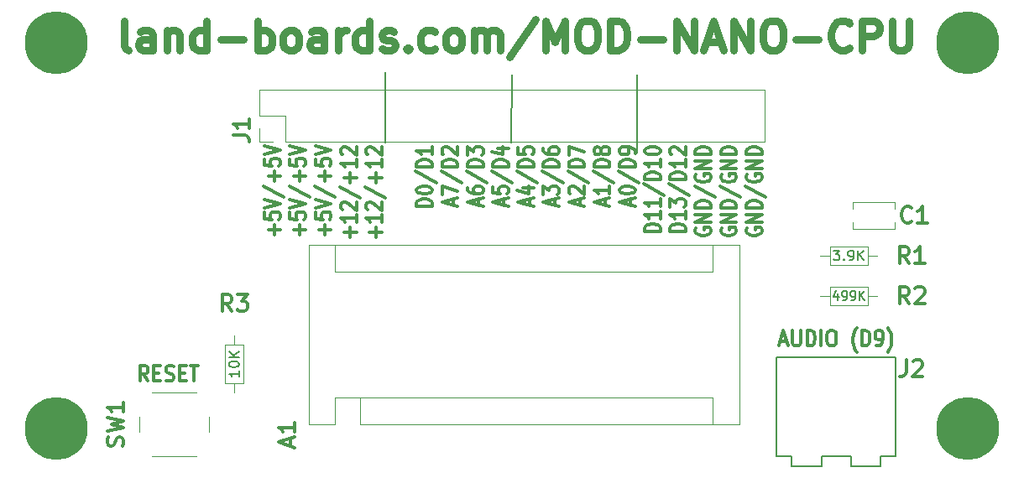
<source format=gto>
%TF.GenerationSoftware,KiCad,Pcbnew,(6.0.1)*%
%TF.CreationDate,2022-10-03T13:59:14-04:00*%
%TF.ProjectId,MOD-NANO-CPU,4d4f442d-4e41-44e4-9f2d-4350552e6b69,rev?*%
%TF.SameCoordinates,Original*%
%TF.FileFunction,Legend,Top*%
%TF.FilePolarity,Positive*%
%FSLAX46Y46*%
G04 Gerber Fmt 4.6, Leading zero omitted, Abs format (unit mm)*
G04 Created by KiCad (PCBNEW (6.0.1)) date 2022-10-03 13:59:14*
%MOMM*%
%LPD*%
G01*
G04 APERTURE LIST*
%ADD10C,0.150000*%
%ADD11C,0.342900*%
%ADD12C,0.330200*%
%ADD13C,0.750000*%
%ADD14C,0.349250*%
%ADD15C,0.120000*%
%ADD16C,6.350000*%
G04 APERTURE END LIST*
D10*
X152654000Y-55118000D02*
X152654000Y-47244000D01*
X139954000Y-54102000D02*
X140005000Y-47244000D01*
X127254000Y-54102000D02*
X127254000Y-46990000D01*
D11*
X103300257Y-78188154D02*
X102834591Y-77432202D01*
X102501972Y-78188154D02*
X102501972Y-76600654D01*
X103034162Y-76600654D01*
X103167210Y-76676250D01*
X103233734Y-76751845D01*
X103300257Y-76903035D01*
X103300257Y-77129821D01*
X103233734Y-77281011D01*
X103167210Y-77356607D01*
X103034162Y-77432202D01*
X102501972Y-77432202D01*
X103898972Y-77356607D02*
X104364638Y-77356607D01*
X104564210Y-78188154D02*
X103898972Y-78188154D01*
X103898972Y-76600654D01*
X104564210Y-76600654D01*
X105096400Y-78112559D02*
X105295972Y-78188154D01*
X105628591Y-78188154D01*
X105761638Y-78112559D01*
X105828162Y-78036964D01*
X105894686Y-77885773D01*
X105894686Y-77734583D01*
X105828162Y-77583392D01*
X105761638Y-77507797D01*
X105628591Y-77432202D01*
X105362495Y-77356607D01*
X105229448Y-77281011D01*
X105162924Y-77205416D01*
X105096400Y-77054226D01*
X105096400Y-76903035D01*
X105162924Y-76751845D01*
X105229448Y-76676250D01*
X105362495Y-76600654D01*
X105695115Y-76600654D01*
X105894686Y-76676250D01*
X106493400Y-77356607D02*
X106959067Y-77356607D01*
X107158638Y-78188154D02*
X106493400Y-78188154D01*
X106493400Y-76600654D01*
X107158638Y-76600654D01*
X107557781Y-76600654D02*
X108356067Y-76600654D01*
X107956924Y-78188154D02*
X107956924Y-76600654D01*
X167065476Y-74178583D02*
X167730714Y-74178583D01*
X166932428Y-74632154D02*
X167398095Y-73044654D01*
X167863761Y-74632154D01*
X168329428Y-73044654D02*
X168329428Y-74329773D01*
X168395952Y-74480964D01*
X168462476Y-74556559D01*
X168595523Y-74632154D01*
X168861619Y-74632154D01*
X168994666Y-74556559D01*
X169061190Y-74480964D01*
X169127714Y-74329773D01*
X169127714Y-73044654D01*
X169792952Y-74632154D02*
X169792952Y-73044654D01*
X170125571Y-73044654D01*
X170325142Y-73120250D01*
X170458190Y-73271440D01*
X170524714Y-73422630D01*
X170591238Y-73725011D01*
X170591238Y-73951797D01*
X170524714Y-74254178D01*
X170458190Y-74405369D01*
X170325142Y-74556559D01*
X170125571Y-74632154D01*
X169792952Y-74632154D01*
X171189952Y-74632154D02*
X171189952Y-73044654D01*
X172121285Y-73044654D02*
X172387380Y-73044654D01*
X172520428Y-73120250D01*
X172653476Y-73271440D01*
X172720000Y-73573821D01*
X172720000Y-74102988D01*
X172653476Y-74405369D01*
X172520428Y-74556559D01*
X172387380Y-74632154D01*
X172121285Y-74632154D01*
X171988238Y-74556559D01*
X171855190Y-74405369D01*
X171788666Y-74102988D01*
X171788666Y-73573821D01*
X171855190Y-73271440D01*
X171988238Y-73120250D01*
X172121285Y-73044654D01*
X174782238Y-75236916D02*
X174715714Y-75161321D01*
X174582666Y-74934535D01*
X174516142Y-74783345D01*
X174449619Y-74556559D01*
X174383095Y-74178583D01*
X174383095Y-73876202D01*
X174449619Y-73498226D01*
X174516142Y-73271440D01*
X174582666Y-73120250D01*
X174715714Y-72893464D01*
X174782238Y-72817869D01*
X175314428Y-74632154D02*
X175314428Y-73044654D01*
X175647047Y-73044654D01*
X175846619Y-73120250D01*
X175979666Y-73271440D01*
X176046190Y-73422630D01*
X176112714Y-73725011D01*
X176112714Y-73951797D01*
X176046190Y-74254178D01*
X175979666Y-74405369D01*
X175846619Y-74556559D01*
X175647047Y-74632154D01*
X175314428Y-74632154D01*
X176777952Y-74632154D02*
X177044047Y-74632154D01*
X177177095Y-74556559D01*
X177243619Y-74480964D01*
X177376666Y-74254178D01*
X177443190Y-73951797D01*
X177443190Y-73347035D01*
X177376666Y-73195845D01*
X177310142Y-73120250D01*
X177177095Y-73044654D01*
X176911000Y-73044654D01*
X176777952Y-73120250D01*
X176711428Y-73195845D01*
X176644904Y-73347035D01*
X176644904Y-73725011D01*
X176711428Y-73876202D01*
X176777952Y-73951797D01*
X176911000Y-74027392D01*
X177177095Y-74027392D01*
X177310142Y-73951797D01*
X177376666Y-73876202D01*
X177443190Y-73725011D01*
X177908857Y-75236916D02*
X177975380Y-75161321D01*
X178108428Y-74934535D01*
X178174952Y-74783345D01*
X178241476Y-74556559D01*
X178308000Y-74178583D01*
X178308000Y-73876202D01*
X178241476Y-73498226D01*
X178174952Y-73271440D01*
X178108428Y-73120250D01*
X177975380Y-72893464D01*
X177908857Y-72817869D01*
D12*
X116040580Y-63436439D02*
X116040580Y-62430115D01*
X116645342Y-62933277D02*
X115435818Y-62933277D01*
X115057842Y-61172210D02*
X115057842Y-61801163D01*
X115813795Y-61864058D01*
X115738199Y-61801163D01*
X115662604Y-61675372D01*
X115662604Y-61360896D01*
X115738199Y-61235106D01*
X115813795Y-61172210D01*
X115964985Y-61109315D01*
X116342961Y-61109315D01*
X116494152Y-61172210D01*
X116569747Y-61235106D01*
X116645342Y-61360896D01*
X116645342Y-61675372D01*
X116569747Y-61801163D01*
X116494152Y-61864058D01*
X115057842Y-60731944D02*
X116645342Y-60291677D01*
X115057842Y-59851410D01*
X114982247Y-58467715D02*
X117023318Y-59599830D01*
X116040580Y-58027449D02*
X116040580Y-57021125D01*
X116645342Y-57524287D02*
X115435818Y-57524287D01*
X115057842Y-55763220D02*
X115057842Y-56392172D01*
X115813795Y-56455068D01*
X115738199Y-56392172D01*
X115662604Y-56266382D01*
X115662604Y-55951906D01*
X115738199Y-55826115D01*
X115813795Y-55763220D01*
X115964985Y-55700325D01*
X116342961Y-55700325D01*
X116494152Y-55763220D01*
X116569747Y-55826115D01*
X116645342Y-55951906D01*
X116645342Y-56266382D01*
X116569747Y-56392172D01*
X116494152Y-56455068D01*
X115057842Y-55322953D02*
X116645342Y-54882687D01*
X115057842Y-54442420D01*
X118596455Y-63436439D02*
X118596455Y-62430115D01*
X119201217Y-62933277D02*
X117991693Y-62933277D01*
X117613717Y-61172210D02*
X117613717Y-61801163D01*
X118369670Y-61864058D01*
X118294074Y-61801163D01*
X118218479Y-61675372D01*
X118218479Y-61360896D01*
X118294074Y-61235106D01*
X118369670Y-61172210D01*
X118520860Y-61109315D01*
X118898836Y-61109315D01*
X119050027Y-61172210D01*
X119125622Y-61235106D01*
X119201217Y-61360896D01*
X119201217Y-61675372D01*
X119125622Y-61801163D01*
X119050027Y-61864058D01*
X117613717Y-60731944D02*
X119201217Y-60291677D01*
X117613717Y-59851410D01*
X117538122Y-58467715D02*
X119579193Y-59599830D01*
X118596455Y-58027449D02*
X118596455Y-57021125D01*
X119201217Y-57524287D02*
X117991693Y-57524287D01*
X117613717Y-55763220D02*
X117613717Y-56392172D01*
X118369670Y-56455068D01*
X118294074Y-56392172D01*
X118218479Y-56266382D01*
X118218479Y-55951906D01*
X118294074Y-55826115D01*
X118369670Y-55763220D01*
X118520860Y-55700325D01*
X118898836Y-55700325D01*
X119050027Y-55763220D01*
X119125622Y-55826115D01*
X119201217Y-55951906D01*
X119201217Y-56266382D01*
X119125622Y-56392172D01*
X119050027Y-56455068D01*
X117613717Y-55322953D02*
X119201217Y-54882687D01*
X117613717Y-54442420D01*
X121152330Y-63436439D02*
X121152330Y-62430115D01*
X121757092Y-62933277D02*
X120547568Y-62933277D01*
X120169592Y-61172210D02*
X120169592Y-61801163D01*
X120925545Y-61864058D01*
X120849949Y-61801163D01*
X120774354Y-61675372D01*
X120774354Y-61360896D01*
X120849949Y-61235106D01*
X120925545Y-61172210D01*
X121076735Y-61109315D01*
X121454711Y-61109315D01*
X121605902Y-61172210D01*
X121681497Y-61235106D01*
X121757092Y-61360896D01*
X121757092Y-61675372D01*
X121681497Y-61801163D01*
X121605902Y-61864058D01*
X120169592Y-60731944D02*
X121757092Y-60291677D01*
X120169592Y-59851410D01*
X120093997Y-58467715D02*
X122135068Y-59599830D01*
X121152330Y-58027449D02*
X121152330Y-57021125D01*
X121757092Y-57524287D02*
X120547568Y-57524287D01*
X120169592Y-55763220D02*
X120169592Y-56392172D01*
X120925545Y-56455068D01*
X120849949Y-56392172D01*
X120774354Y-56266382D01*
X120774354Y-55951906D01*
X120849949Y-55826115D01*
X120925545Y-55763220D01*
X121076735Y-55700325D01*
X121454711Y-55700325D01*
X121605902Y-55763220D01*
X121681497Y-55826115D01*
X121757092Y-55951906D01*
X121757092Y-56266382D01*
X121681497Y-56392172D01*
X121605902Y-56455068D01*
X120169592Y-55322953D02*
X121757092Y-54882687D01*
X120169592Y-54442420D01*
X123708205Y-63688020D02*
X123708205Y-62681696D01*
X124312967Y-63184858D02*
X123103443Y-63184858D01*
X124312967Y-61360896D02*
X124312967Y-62115639D01*
X124312967Y-61738268D02*
X122725467Y-61738268D01*
X122952253Y-61864058D01*
X123103443Y-61989849D01*
X123179039Y-62115639D01*
X122876658Y-60857734D02*
X122801063Y-60794839D01*
X122725467Y-60669049D01*
X122725467Y-60354572D01*
X122801063Y-60228782D01*
X122876658Y-60165887D01*
X123027848Y-60102991D01*
X123179039Y-60102991D01*
X123405824Y-60165887D01*
X124312967Y-60920630D01*
X124312967Y-60102991D01*
X122649872Y-58593506D02*
X124690943Y-59725620D01*
X123708205Y-58153239D02*
X123708205Y-57146915D01*
X124312967Y-57650077D02*
X123103443Y-57650077D01*
X124312967Y-55826115D02*
X124312967Y-56580858D01*
X124312967Y-56203487D02*
X122725467Y-56203487D01*
X122952253Y-56329277D01*
X123103443Y-56455068D01*
X123179039Y-56580858D01*
X122876658Y-55322953D02*
X122801063Y-55260058D01*
X122725467Y-55134268D01*
X122725467Y-54819791D01*
X122801063Y-54694001D01*
X122876658Y-54631106D01*
X123027848Y-54568210D01*
X123179039Y-54568210D01*
X123405824Y-54631106D01*
X124312967Y-55385849D01*
X124312967Y-54568210D01*
X126264080Y-63688020D02*
X126264080Y-62681696D01*
X126868842Y-63184858D02*
X125659318Y-63184858D01*
X126868842Y-61360896D02*
X126868842Y-62115639D01*
X126868842Y-61738268D02*
X125281342Y-61738268D01*
X125508128Y-61864058D01*
X125659318Y-61989849D01*
X125734914Y-62115639D01*
X125432533Y-60857734D02*
X125356938Y-60794839D01*
X125281342Y-60669049D01*
X125281342Y-60354572D01*
X125356938Y-60228782D01*
X125432533Y-60165887D01*
X125583723Y-60102991D01*
X125734914Y-60102991D01*
X125961699Y-60165887D01*
X126868842Y-60920630D01*
X126868842Y-60102991D01*
X125205747Y-58593506D02*
X127246818Y-59725620D01*
X126264080Y-58153239D02*
X126264080Y-57146915D01*
X126868842Y-57650077D02*
X125659318Y-57650077D01*
X126868842Y-55826115D02*
X126868842Y-56580858D01*
X126868842Y-56203487D02*
X125281342Y-56203487D01*
X125508128Y-56329277D01*
X125659318Y-56455068D01*
X125734914Y-56580858D01*
X125432533Y-55322953D02*
X125356938Y-55260058D01*
X125281342Y-55134268D01*
X125281342Y-54819791D01*
X125356938Y-54694001D01*
X125432533Y-54631106D01*
X125583723Y-54568210D01*
X125734914Y-54568210D01*
X125961699Y-54631106D01*
X126868842Y-55385849D01*
X126868842Y-54568210D01*
X131980592Y-60543258D02*
X130393092Y-60543258D01*
X130393092Y-60228782D01*
X130468688Y-60040096D01*
X130619878Y-59914306D01*
X130771068Y-59851410D01*
X131073449Y-59788515D01*
X131300235Y-59788515D01*
X131602616Y-59851410D01*
X131753807Y-59914306D01*
X131904997Y-60040096D01*
X131980592Y-60228782D01*
X131980592Y-60543258D01*
X130393092Y-58970877D02*
X130393092Y-58845087D01*
X130468688Y-58719296D01*
X130544283Y-58656401D01*
X130695473Y-58593506D01*
X130997854Y-58530610D01*
X131375830Y-58530610D01*
X131678211Y-58593506D01*
X131829402Y-58656401D01*
X131904997Y-58719296D01*
X131980592Y-58845087D01*
X131980592Y-58970877D01*
X131904997Y-59096668D01*
X131829402Y-59159563D01*
X131678211Y-59222458D01*
X131375830Y-59285353D01*
X130997854Y-59285353D01*
X130695473Y-59222458D01*
X130544283Y-59159563D01*
X130468688Y-59096668D01*
X130393092Y-58970877D01*
X130317497Y-57021125D02*
X132358568Y-58153239D01*
X131980592Y-56580858D02*
X130393092Y-56580858D01*
X130393092Y-56266382D01*
X130468688Y-56077696D01*
X130619878Y-55951906D01*
X130771068Y-55889010D01*
X131073449Y-55826115D01*
X131300235Y-55826115D01*
X131602616Y-55889010D01*
X131753807Y-55951906D01*
X131904997Y-56077696D01*
X131980592Y-56266382D01*
X131980592Y-56580858D01*
X131980592Y-54568210D02*
X131980592Y-55322953D01*
X131980592Y-54945582D02*
X130393092Y-54945582D01*
X130619878Y-55071372D01*
X130771068Y-55197163D01*
X130846664Y-55322953D01*
X134082896Y-60417468D02*
X134082896Y-59788515D01*
X134536467Y-60543258D02*
X132948967Y-60102991D01*
X134536467Y-59662725D01*
X132948967Y-59348249D02*
X132948967Y-58467715D01*
X134536467Y-59033772D01*
X132873372Y-57021125D02*
X134914443Y-58153239D01*
X134536467Y-56580858D02*
X132948967Y-56580858D01*
X132948967Y-56266382D01*
X133024563Y-56077696D01*
X133175753Y-55951906D01*
X133326943Y-55889010D01*
X133629324Y-55826115D01*
X133856110Y-55826115D01*
X134158491Y-55889010D01*
X134309682Y-55951906D01*
X134460872Y-56077696D01*
X134536467Y-56266382D01*
X134536467Y-56580858D01*
X133100158Y-55322953D02*
X133024563Y-55260058D01*
X132948967Y-55134268D01*
X132948967Y-54819791D01*
X133024563Y-54694001D01*
X133100158Y-54631106D01*
X133251348Y-54568210D01*
X133402539Y-54568210D01*
X133629324Y-54631106D01*
X134536467Y-55385849D01*
X134536467Y-54568210D01*
X136638771Y-60417468D02*
X136638771Y-59788515D01*
X137092342Y-60543258D02*
X135504842Y-60102991D01*
X137092342Y-59662725D01*
X135504842Y-58656401D02*
X135504842Y-58907982D01*
X135580438Y-59033772D01*
X135656033Y-59096668D01*
X135882818Y-59222458D01*
X136185199Y-59285353D01*
X136789961Y-59285353D01*
X136941152Y-59222458D01*
X137016747Y-59159563D01*
X137092342Y-59033772D01*
X137092342Y-58782191D01*
X137016747Y-58656401D01*
X136941152Y-58593506D01*
X136789961Y-58530610D01*
X136411985Y-58530610D01*
X136260795Y-58593506D01*
X136185199Y-58656401D01*
X136109604Y-58782191D01*
X136109604Y-59033772D01*
X136185199Y-59159563D01*
X136260795Y-59222458D01*
X136411985Y-59285353D01*
X135429247Y-57021125D02*
X137470318Y-58153239D01*
X137092342Y-56580858D02*
X135504842Y-56580858D01*
X135504842Y-56266382D01*
X135580438Y-56077696D01*
X135731628Y-55951906D01*
X135882818Y-55889010D01*
X136185199Y-55826115D01*
X136411985Y-55826115D01*
X136714366Y-55889010D01*
X136865557Y-55951906D01*
X137016747Y-56077696D01*
X137092342Y-56266382D01*
X137092342Y-56580858D01*
X135504842Y-55385849D02*
X135504842Y-54568210D01*
X136109604Y-55008477D01*
X136109604Y-54819791D01*
X136185199Y-54694001D01*
X136260795Y-54631106D01*
X136411985Y-54568210D01*
X136789961Y-54568210D01*
X136941152Y-54631106D01*
X137016747Y-54694001D01*
X137092342Y-54819791D01*
X137092342Y-55197163D01*
X137016747Y-55322953D01*
X136941152Y-55385849D01*
X139194646Y-60417468D02*
X139194646Y-59788515D01*
X139648217Y-60543258D02*
X138060717Y-60102991D01*
X139648217Y-59662725D01*
X138060717Y-58593506D02*
X138060717Y-59222458D01*
X138816670Y-59285353D01*
X138741074Y-59222458D01*
X138665479Y-59096668D01*
X138665479Y-58782191D01*
X138741074Y-58656401D01*
X138816670Y-58593506D01*
X138967860Y-58530610D01*
X139345836Y-58530610D01*
X139497027Y-58593506D01*
X139572622Y-58656401D01*
X139648217Y-58782191D01*
X139648217Y-59096668D01*
X139572622Y-59222458D01*
X139497027Y-59285353D01*
X137985122Y-57021125D02*
X140026193Y-58153239D01*
X139648217Y-56580858D02*
X138060717Y-56580858D01*
X138060717Y-56266382D01*
X138136313Y-56077696D01*
X138287503Y-55951906D01*
X138438693Y-55889010D01*
X138741074Y-55826115D01*
X138967860Y-55826115D01*
X139270241Y-55889010D01*
X139421432Y-55951906D01*
X139572622Y-56077696D01*
X139648217Y-56266382D01*
X139648217Y-56580858D01*
X138589884Y-54694001D02*
X139648217Y-54694001D01*
X137985122Y-55008477D02*
X139119051Y-55322953D01*
X139119051Y-54505315D01*
X141750521Y-60417468D02*
X141750521Y-59788515D01*
X142204092Y-60543258D02*
X140616592Y-60102991D01*
X142204092Y-59662725D01*
X141145759Y-58656401D02*
X142204092Y-58656401D01*
X140540997Y-58970877D02*
X141674926Y-59285353D01*
X141674926Y-58467715D01*
X140540997Y-57021125D02*
X142582068Y-58153239D01*
X142204092Y-56580858D02*
X140616592Y-56580858D01*
X140616592Y-56266382D01*
X140692188Y-56077696D01*
X140843378Y-55951906D01*
X140994568Y-55889010D01*
X141296949Y-55826115D01*
X141523735Y-55826115D01*
X141826116Y-55889010D01*
X141977307Y-55951906D01*
X142128497Y-56077696D01*
X142204092Y-56266382D01*
X142204092Y-56580858D01*
X140616592Y-54631106D02*
X140616592Y-55260058D01*
X141372545Y-55322953D01*
X141296949Y-55260058D01*
X141221354Y-55134268D01*
X141221354Y-54819791D01*
X141296949Y-54694001D01*
X141372545Y-54631106D01*
X141523735Y-54568210D01*
X141901711Y-54568210D01*
X142052902Y-54631106D01*
X142128497Y-54694001D01*
X142204092Y-54819791D01*
X142204092Y-55134268D01*
X142128497Y-55260058D01*
X142052902Y-55322953D01*
X144306396Y-60417468D02*
X144306396Y-59788515D01*
X144759967Y-60543258D02*
X143172467Y-60102991D01*
X144759967Y-59662725D01*
X143172467Y-59348249D02*
X143172467Y-58530610D01*
X143777229Y-58970877D01*
X143777229Y-58782191D01*
X143852824Y-58656401D01*
X143928420Y-58593506D01*
X144079610Y-58530610D01*
X144457586Y-58530610D01*
X144608777Y-58593506D01*
X144684372Y-58656401D01*
X144759967Y-58782191D01*
X144759967Y-59159563D01*
X144684372Y-59285353D01*
X144608777Y-59348249D01*
X143096872Y-57021125D02*
X145137943Y-58153239D01*
X144759967Y-56580858D02*
X143172467Y-56580858D01*
X143172467Y-56266382D01*
X143248063Y-56077696D01*
X143399253Y-55951906D01*
X143550443Y-55889010D01*
X143852824Y-55826115D01*
X144079610Y-55826115D01*
X144381991Y-55889010D01*
X144533182Y-55951906D01*
X144684372Y-56077696D01*
X144759967Y-56266382D01*
X144759967Y-56580858D01*
X143172467Y-54694001D02*
X143172467Y-54945582D01*
X143248063Y-55071372D01*
X143323658Y-55134268D01*
X143550443Y-55260058D01*
X143852824Y-55322953D01*
X144457586Y-55322953D01*
X144608777Y-55260058D01*
X144684372Y-55197163D01*
X144759967Y-55071372D01*
X144759967Y-54819791D01*
X144684372Y-54694001D01*
X144608777Y-54631106D01*
X144457586Y-54568210D01*
X144079610Y-54568210D01*
X143928420Y-54631106D01*
X143852824Y-54694001D01*
X143777229Y-54819791D01*
X143777229Y-55071372D01*
X143852824Y-55197163D01*
X143928420Y-55260058D01*
X144079610Y-55322953D01*
X146862271Y-60417468D02*
X146862271Y-59788515D01*
X147315842Y-60543258D02*
X145728342Y-60102991D01*
X147315842Y-59662725D01*
X145879533Y-59285353D02*
X145803938Y-59222458D01*
X145728342Y-59096668D01*
X145728342Y-58782191D01*
X145803938Y-58656401D01*
X145879533Y-58593506D01*
X146030723Y-58530610D01*
X146181914Y-58530610D01*
X146408699Y-58593506D01*
X147315842Y-59348249D01*
X147315842Y-58530610D01*
X145652747Y-57021125D02*
X147693818Y-58153239D01*
X147315842Y-56580858D02*
X145728342Y-56580858D01*
X145728342Y-56266382D01*
X145803938Y-56077696D01*
X145955128Y-55951906D01*
X146106318Y-55889010D01*
X146408699Y-55826115D01*
X146635485Y-55826115D01*
X146937866Y-55889010D01*
X147089057Y-55951906D01*
X147240247Y-56077696D01*
X147315842Y-56266382D01*
X147315842Y-56580858D01*
X145728342Y-55385849D02*
X145728342Y-54505315D01*
X147315842Y-55071372D01*
X149418146Y-60417468D02*
X149418146Y-59788515D01*
X149871717Y-60543258D02*
X148284217Y-60102991D01*
X149871717Y-59662725D01*
X149871717Y-58530610D02*
X149871717Y-59285353D01*
X149871717Y-58907982D02*
X148284217Y-58907982D01*
X148511003Y-59033772D01*
X148662193Y-59159563D01*
X148737789Y-59285353D01*
X148208622Y-57021125D02*
X150249693Y-58153239D01*
X149871717Y-56580858D02*
X148284217Y-56580858D01*
X148284217Y-56266382D01*
X148359813Y-56077696D01*
X148511003Y-55951906D01*
X148662193Y-55889010D01*
X148964574Y-55826115D01*
X149191360Y-55826115D01*
X149493741Y-55889010D01*
X149644932Y-55951906D01*
X149796122Y-56077696D01*
X149871717Y-56266382D01*
X149871717Y-56580858D01*
X148964574Y-55071372D02*
X148888979Y-55197163D01*
X148813384Y-55260058D01*
X148662193Y-55322953D01*
X148586598Y-55322953D01*
X148435408Y-55260058D01*
X148359813Y-55197163D01*
X148284217Y-55071372D01*
X148284217Y-54819791D01*
X148359813Y-54694001D01*
X148435408Y-54631106D01*
X148586598Y-54568210D01*
X148662193Y-54568210D01*
X148813384Y-54631106D01*
X148888979Y-54694001D01*
X148964574Y-54819791D01*
X148964574Y-55071372D01*
X149040170Y-55197163D01*
X149115765Y-55260058D01*
X149266955Y-55322953D01*
X149569336Y-55322953D01*
X149720527Y-55260058D01*
X149796122Y-55197163D01*
X149871717Y-55071372D01*
X149871717Y-54819791D01*
X149796122Y-54694001D01*
X149720527Y-54631106D01*
X149569336Y-54568210D01*
X149266955Y-54568210D01*
X149115765Y-54631106D01*
X149040170Y-54694001D01*
X148964574Y-54819791D01*
X151974021Y-60417468D02*
X151974021Y-59788515D01*
X152427592Y-60543258D02*
X150840092Y-60102991D01*
X152427592Y-59662725D01*
X150840092Y-58970877D02*
X150840092Y-58845087D01*
X150915688Y-58719296D01*
X150991283Y-58656401D01*
X151142473Y-58593506D01*
X151444854Y-58530610D01*
X151822830Y-58530610D01*
X152125211Y-58593506D01*
X152276402Y-58656401D01*
X152351997Y-58719296D01*
X152427592Y-58845087D01*
X152427592Y-58970877D01*
X152351997Y-59096668D01*
X152276402Y-59159563D01*
X152125211Y-59222458D01*
X151822830Y-59285353D01*
X151444854Y-59285353D01*
X151142473Y-59222458D01*
X150991283Y-59159563D01*
X150915688Y-59096668D01*
X150840092Y-58970877D01*
X150764497Y-57021125D02*
X152805568Y-58153239D01*
X152427592Y-56580858D02*
X150840092Y-56580858D01*
X150840092Y-56266382D01*
X150915688Y-56077696D01*
X151066878Y-55951906D01*
X151218068Y-55889010D01*
X151520449Y-55826115D01*
X151747235Y-55826115D01*
X152049616Y-55889010D01*
X152200807Y-55951906D01*
X152351997Y-56077696D01*
X152427592Y-56266382D01*
X152427592Y-56580858D01*
X152427592Y-55197163D02*
X152427592Y-54945582D01*
X152351997Y-54819791D01*
X152276402Y-54756896D01*
X152049616Y-54631106D01*
X151747235Y-54568210D01*
X151142473Y-54568210D01*
X150991283Y-54631106D01*
X150915688Y-54694001D01*
X150840092Y-54819791D01*
X150840092Y-55071372D01*
X150915688Y-55197163D01*
X150991283Y-55260058D01*
X151142473Y-55322953D01*
X151520449Y-55322953D01*
X151671640Y-55260058D01*
X151747235Y-55197163D01*
X151822830Y-55071372D01*
X151822830Y-54819791D01*
X151747235Y-54694001D01*
X151671640Y-54631106D01*
X151520449Y-54568210D01*
X154983467Y-63059068D02*
X153395967Y-63059068D01*
X153395967Y-62744591D01*
X153471563Y-62555906D01*
X153622753Y-62430115D01*
X153773943Y-62367220D01*
X154076324Y-62304325D01*
X154303110Y-62304325D01*
X154605491Y-62367220D01*
X154756682Y-62430115D01*
X154907872Y-62555906D01*
X154983467Y-62744591D01*
X154983467Y-63059068D01*
X154983467Y-61046420D02*
X154983467Y-61801163D01*
X154983467Y-61423791D02*
X153395967Y-61423791D01*
X153622753Y-61549582D01*
X153773943Y-61675372D01*
X153849539Y-61801163D01*
X154983467Y-59788515D02*
X154983467Y-60543258D01*
X154983467Y-60165887D02*
X153395967Y-60165887D01*
X153622753Y-60291677D01*
X153773943Y-60417468D01*
X153849539Y-60543258D01*
X153320372Y-58279030D02*
X155361443Y-59411144D01*
X154983467Y-57838763D02*
X153395967Y-57838763D01*
X153395967Y-57524287D01*
X153471563Y-57335601D01*
X153622753Y-57209810D01*
X153773943Y-57146915D01*
X154076324Y-57084020D01*
X154303110Y-57084020D01*
X154605491Y-57146915D01*
X154756682Y-57209810D01*
X154907872Y-57335601D01*
X154983467Y-57524287D01*
X154983467Y-57838763D01*
X154983467Y-55826115D02*
X154983467Y-56580858D01*
X154983467Y-56203487D02*
X153395967Y-56203487D01*
X153622753Y-56329277D01*
X153773943Y-56455068D01*
X153849539Y-56580858D01*
X153395967Y-55008477D02*
X153395967Y-54882687D01*
X153471563Y-54756896D01*
X153547158Y-54694001D01*
X153698348Y-54631106D01*
X154000729Y-54568210D01*
X154378705Y-54568210D01*
X154681086Y-54631106D01*
X154832277Y-54694001D01*
X154907872Y-54756896D01*
X154983467Y-54882687D01*
X154983467Y-55008477D01*
X154907872Y-55134268D01*
X154832277Y-55197163D01*
X154681086Y-55260058D01*
X154378705Y-55322953D01*
X154000729Y-55322953D01*
X153698348Y-55260058D01*
X153547158Y-55197163D01*
X153471563Y-55134268D01*
X153395967Y-55008477D01*
X157539342Y-63059068D02*
X155951842Y-63059068D01*
X155951842Y-62744591D01*
X156027438Y-62555906D01*
X156178628Y-62430115D01*
X156329818Y-62367220D01*
X156632199Y-62304325D01*
X156858985Y-62304325D01*
X157161366Y-62367220D01*
X157312557Y-62430115D01*
X157463747Y-62555906D01*
X157539342Y-62744591D01*
X157539342Y-63059068D01*
X157539342Y-61046420D02*
X157539342Y-61801163D01*
X157539342Y-61423791D02*
X155951842Y-61423791D01*
X156178628Y-61549582D01*
X156329818Y-61675372D01*
X156405414Y-61801163D01*
X155951842Y-60606153D02*
X155951842Y-59788515D01*
X156556604Y-60228782D01*
X156556604Y-60040096D01*
X156632199Y-59914306D01*
X156707795Y-59851410D01*
X156858985Y-59788515D01*
X157236961Y-59788515D01*
X157388152Y-59851410D01*
X157463747Y-59914306D01*
X157539342Y-60040096D01*
X157539342Y-60417468D01*
X157463747Y-60543258D01*
X157388152Y-60606153D01*
X155876247Y-58279030D02*
X157917318Y-59411144D01*
X157539342Y-57838763D02*
X155951842Y-57838763D01*
X155951842Y-57524287D01*
X156027438Y-57335601D01*
X156178628Y-57209810D01*
X156329818Y-57146915D01*
X156632199Y-57084020D01*
X156858985Y-57084020D01*
X157161366Y-57146915D01*
X157312557Y-57209810D01*
X157463747Y-57335601D01*
X157539342Y-57524287D01*
X157539342Y-57838763D01*
X157539342Y-55826115D02*
X157539342Y-56580858D01*
X157539342Y-56203487D02*
X155951842Y-56203487D01*
X156178628Y-56329277D01*
X156329818Y-56455068D01*
X156405414Y-56580858D01*
X156103033Y-55322953D02*
X156027438Y-55260058D01*
X155951842Y-55134268D01*
X155951842Y-54819791D01*
X156027438Y-54694001D01*
X156103033Y-54631106D01*
X156254223Y-54568210D01*
X156405414Y-54568210D01*
X156632199Y-54631106D01*
X157539342Y-55385849D01*
X157539342Y-54568210D01*
X158583313Y-62744591D02*
X158507717Y-62870382D01*
X158507717Y-63059068D01*
X158583313Y-63247753D01*
X158734503Y-63373544D01*
X158885693Y-63436439D01*
X159188074Y-63499334D01*
X159414860Y-63499334D01*
X159717241Y-63436439D01*
X159868432Y-63373544D01*
X160019622Y-63247753D01*
X160095217Y-63059068D01*
X160095217Y-62933277D01*
X160019622Y-62744591D01*
X159944027Y-62681696D01*
X159414860Y-62681696D01*
X159414860Y-62933277D01*
X160095217Y-62115639D02*
X158507717Y-62115639D01*
X160095217Y-61360896D01*
X158507717Y-61360896D01*
X160095217Y-60731944D02*
X158507717Y-60731944D01*
X158507717Y-60417468D01*
X158583313Y-60228782D01*
X158734503Y-60102991D01*
X158885693Y-60040096D01*
X159188074Y-59977201D01*
X159414860Y-59977201D01*
X159717241Y-60040096D01*
X159868432Y-60102991D01*
X160019622Y-60228782D01*
X160095217Y-60417468D01*
X160095217Y-60731944D01*
X158432122Y-58467715D02*
X160473193Y-59599830D01*
X158583313Y-57335601D02*
X158507717Y-57461391D01*
X158507717Y-57650077D01*
X158583313Y-57838763D01*
X158734503Y-57964553D01*
X158885693Y-58027449D01*
X159188074Y-58090344D01*
X159414860Y-58090344D01*
X159717241Y-58027449D01*
X159868432Y-57964553D01*
X160019622Y-57838763D01*
X160095217Y-57650077D01*
X160095217Y-57524287D01*
X160019622Y-57335601D01*
X159944027Y-57272706D01*
X159414860Y-57272706D01*
X159414860Y-57524287D01*
X160095217Y-56706649D02*
X158507717Y-56706649D01*
X160095217Y-55951906D01*
X158507717Y-55951906D01*
X160095217Y-55322953D02*
X158507717Y-55322953D01*
X158507717Y-55008477D01*
X158583313Y-54819791D01*
X158734503Y-54694001D01*
X158885693Y-54631106D01*
X159188074Y-54568210D01*
X159414860Y-54568210D01*
X159717241Y-54631106D01*
X159868432Y-54694001D01*
X160019622Y-54819791D01*
X160095217Y-55008477D01*
X160095217Y-55322953D01*
X161139188Y-62744591D02*
X161063592Y-62870382D01*
X161063592Y-63059068D01*
X161139188Y-63247753D01*
X161290378Y-63373544D01*
X161441568Y-63436439D01*
X161743949Y-63499334D01*
X161970735Y-63499334D01*
X162273116Y-63436439D01*
X162424307Y-63373544D01*
X162575497Y-63247753D01*
X162651092Y-63059068D01*
X162651092Y-62933277D01*
X162575497Y-62744591D01*
X162499902Y-62681696D01*
X161970735Y-62681696D01*
X161970735Y-62933277D01*
X162651092Y-62115639D02*
X161063592Y-62115639D01*
X162651092Y-61360896D01*
X161063592Y-61360896D01*
X162651092Y-60731944D02*
X161063592Y-60731944D01*
X161063592Y-60417468D01*
X161139188Y-60228782D01*
X161290378Y-60102991D01*
X161441568Y-60040096D01*
X161743949Y-59977201D01*
X161970735Y-59977201D01*
X162273116Y-60040096D01*
X162424307Y-60102991D01*
X162575497Y-60228782D01*
X162651092Y-60417468D01*
X162651092Y-60731944D01*
X160987997Y-58467715D02*
X163029068Y-59599830D01*
X161139188Y-57335601D02*
X161063592Y-57461391D01*
X161063592Y-57650077D01*
X161139188Y-57838763D01*
X161290378Y-57964553D01*
X161441568Y-58027449D01*
X161743949Y-58090344D01*
X161970735Y-58090344D01*
X162273116Y-58027449D01*
X162424307Y-57964553D01*
X162575497Y-57838763D01*
X162651092Y-57650077D01*
X162651092Y-57524287D01*
X162575497Y-57335601D01*
X162499902Y-57272706D01*
X161970735Y-57272706D01*
X161970735Y-57524287D01*
X162651092Y-56706649D02*
X161063592Y-56706649D01*
X162651092Y-55951906D01*
X161063592Y-55951906D01*
X162651092Y-55322953D02*
X161063592Y-55322953D01*
X161063592Y-55008477D01*
X161139188Y-54819791D01*
X161290378Y-54694001D01*
X161441568Y-54631106D01*
X161743949Y-54568210D01*
X161970735Y-54568210D01*
X162273116Y-54631106D01*
X162424307Y-54694001D01*
X162575497Y-54819791D01*
X162651092Y-55008477D01*
X162651092Y-55322953D01*
X163695063Y-62744591D02*
X163619467Y-62870382D01*
X163619467Y-63059068D01*
X163695063Y-63247753D01*
X163846253Y-63373544D01*
X163997443Y-63436439D01*
X164299824Y-63499334D01*
X164526610Y-63499334D01*
X164828991Y-63436439D01*
X164980182Y-63373544D01*
X165131372Y-63247753D01*
X165206967Y-63059068D01*
X165206967Y-62933277D01*
X165131372Y-62744591D01*
X165055777Y-62681696D01*
X164526610Y-62681696D01*
X164526610Y-62933277D01*
X165206967Y-62115639D02*
X163619467Y-62115639D01*
X165206967Y-61360896D01*
X163619467Y-61360896D01*
X165206967Y-60731944D02*
X163619467Y-60731944D01*
X163619467Y-60417468D01*
X163695063Y-60228782D01*
X163846253Y-60102991D01*
X163997443Y-60040096D01*
X164299824Y-59977201D01*
X164526610Y-59977201D01*
X164828991Y-60040096D01*
X164980182Y-60102991D01*
X165131372Y-60228782D01*
X165206967Y-60417468D01*
X165206967Y-60731944D01*
X163543872Y-58467715D02*
X165584943Y-59599830D01*
X163695063Y-57335601D02*
X163619467Y-57461391D01*
X163619467Y-57650077D01*
X163695063Y-57838763D01*
X163846253Y-57964553D01*
X163997443Y-58027449D01*
X164299824Y-58090344D01*
X164526610Y-58090344D01*
X164828991Y-58027449D01*
X164980182Y-57964553D01*
X165131372Y-57838763D01*
X165206967Y-57650077D01*
X165206967Y-57524287D01*
X165131372Y-57335601D01*
X165055777Y-57272706D01*
X164526610Y-57272706D01*
X164526610Y-57524287D01*
X165206967Y-56706649D02*
X163619467Y-56706649D01*
X165206967Y-55951906D01*
X163619467Y-55951906D01*
X165206967Y-55322953D02*
X163619467Y-55322953D01*
X163619467Y-55008477D01*
X163695063Y-54819791D01*
X163846253Y-54694001D01*
X163997443Y-54631106D01*
X164299824Y-54568210D01*
X164526610Y-54568210D01*
X164828991Y-54631106D01*
X164980182Y-54694001D01*
X165131372Y-54819791D01*
X165206967Y-55008477D01*
X165206967Y-55322953D01*
D13*
X101357153Y-44791142D02*
X101071439Y-44648285D01*
X100928582Y-44362571D01*
X100928582Y-41791143D01*
X103785724Y-44791142D02*
X103785724Y-43219714D01*
X103642867Y-42934000D01*
X103357153Y-42791143D01*
X102785724Y-42791143D01*
X102500010Y-42934000D01*
X103785724Y-44648285D02*
X103500010Y-44791142D01*
X102785724Y-44791142D01*
X102500010Y-44648285D01*
X102357153Y-44362571D01*
X102357153Y-44076856D01*
X102500010Y-43791142D01*
X102785724Y-43648285D01*
X103500010Y-43648285D01*
X103785724Y-43505428D01*
X105214295Y-42791143D02*
X105214295Y-44791142D01*
X105214295Y-43076857D02*
X105357152Y-42934000D01*
X105642866Y-42791143D01*
X106071438Y-42791143D01*
X106357152Y-42934000D01*
X106500009Y-43219714D01*
X106500009Y-44791142D01*
X109214294Y-44791142D02*
X109214294Y-41791143D01*
X109214294Y-44648285D02*
X108928579Y-44791142D01*
X108357151Y-44791142D01*
X108071437Y-44648285D01*
X107928580Y-44505428D01*
X107785723Y-44219714D01*
X107785723Y-43362571D01*
X107928580Y-43076857D01*
X108071437Y-42934000D01*
X108357151Y-42791143D01*
X108928579Y-42791143D01*
X109214294Y-42934000D01*
X110642865Y-43648285D02*
X112928578Y-43648285D01*
X114357149Y-44791142D02*
X114357149Y-41791143D01*
X114357149Y-42934000D02*
X114642863Y-42791143D01*
X115214292Y-42791143D01*
X115500006Y-42934000D01*
X115642863Y-43076857D01*
X115785720Y-43362571D01*
X115785720Y-44219714D01*
X115642863Y-44505428D01*
X115500006Y-44648285D01*
X115214292Y-44791142D01*
X114642863Y-44791142D01*
X114357149Y-44648285D01*
X117500005Y-44791142D02*
X117214291Y-44648285D01*
X117071434Y-44505428D01*
X116928577Y-44219714D01*
X116928577Y-43362571D01*
X117071434Y-43076857D01*
X117214291Y-42934000D01*
X117500005Y-42791143D01*
X117928576Y-42791143D01*
X118214291Y-42934000D01*
X118357148Y-43076857D01*
X118500005Y-43362571D01*
X118500005Y-44219714D01*
X118357148Y-44505428D01*
X118214291Y-44648285D01*
X117928576Y-44791142D01*
X117500005Y-44791142D01*
X121071433Y-44791142D02*
X121071433Y-43219714D01*
X120928575Y-42934000D01*
X120642861Y-42791143D01*
X120071433Y-42791143D01*
X119785719Y-42934000D01*
X121071433Y-44648285D02*
X120785718Y-44791142D01*
X120071433Y-44791142D01*
X119785719Y-44648285D01*
X119642862Y-44362571D01*
X119642862Y-44076856D01*
X119785719Y-43791142D01*
X120071433Y-43648285D01*
X120785718Y-43648285D01*
X121071433Y-43505428D01*
X122500004Y-44791142D02*
X122500004Y-42791143D01*
X122500004Y-43362571D02*
X122642861Y-43076857D01*
X122785718Y-42934000D01*
X123071432Y-42791143D01*
X123357146Y-42791143D01*
X125642860Y-44791142D02*
X125642860Y-41791143D01*
X125642860Y-44648285D02*
X125357145Y-44791142D01*
X124785717Y-44791142D01*
X124500003Y-44648285D01*
X124357146Y-44505428D01*
X124214289Y-44219714D01*
X124214289Y-43362571D01*
X124357146Y-43076857D01*
X124500003Y-42934000D01*
X124785717Y-42791143D01*
X125357145Y-42791143D01*
X125642860Y-42934000D01*
X126928573Y-44648285D02*
X127214288Y-44791142D01*
X127785716Y-44791142D01*
X128071430Y-44648285D01*
X128214287Y-44362571D01*
X128214287Y-44219714D01*
X128071430Y-43933999D01*
X127785716Y-43791142D01*
X127357145Y-43791142D01*
X127071431Y-43648285D01*
X126928573Y-43362571D01*
X126928573Y-43219714D01*
X127071431Y-42934000D01*
X127357145Y-42791143D01*
X127785716Y-42791143D01*
X128071430Y-42934000D01*
X129500001Y-44505428D02*
X129642858Y-44648285D01*
X129500001Y-44791142D01*
X129357144Y-44648285D01*
X129500001Y-44505428D01*
X129500001Y-44791142D01*
X132214286Y-44648285D02*
X131928572Y-44791142D01*
X131357143Y-44791142D01*
X131071429Y-44648285D01*
X130928572Y-44505428D01*
X130785715Y-44219714D01*
X130785715Y-43362571D01*
X130928572Y-43076857D01*
X131071429Y-42934000D01*
X131357143Y-42791143D01*
X131928572Y-42791143D01*
X132214286Y-42934000D01*
X133928571Y-44791142D02*
X133642857Y-44648285D01*
X133500000Y-44505428D01*
X133357143Y-44219714D01*
X133357143Y-43362571D01*
X133500000Y-43076857D01*
X133642857Y-42934000D01*
X133928571Y-42791143D01*
X134357142Y-42791143D01*
X134642857Y-42934000D01*
X134785714Y-43076857D01*
X134928571Y-43362571D01*
X134928571Y-44219714D01*
X134785714Y-44505428D01*
X134642857Y-44648285D01*
X134357142Y-44791142D01*
X133928571Y-44791142D01*
X136214285Y-44791142D02*
X136214285Y-42791143D01*
X136214285Y-43076857D02*
X136357142Y-42934000D01*
X136642856Y-42791143D01*
X137071427Y-42791143D01*
X137357141Y-42934000D01*
X137499999Y-43219714D01*
X137499999Y-44791142D01*
X137499999Y-43219714D02*
X137642856Y-42934000D01*
X137928570Y-42791143D01*
X138357141Y-42791143D01*
X138642855Y-42934000D01*
X138785712Y-43219714D01*
X138785712Y-44791142D01*
X142357140Y-41648286D02*
X139785712Y-45505427D01*
X143357139Y-44791142D02*
X143357139Y-41791143D01*
X144357139Y-43933999D01*
X145357139Y-41791143D01*
X145357139Y-44791142D01*
X147357138Y-41791143D02*
X147928566Y-41791143D01*
X148214281Y-41934000D01*
X148499995Y-42219714D01*
X148642852Y-42791143D01*
X148642852Y-43791142D01*
X148499995Y-44362571D01*
X148214281Y-44648285D01*
X147928566Y-44791142D01*
X147357138Y-44791142D01*
X147071424Y-44648285D01*
X146785710Y-44362571D01*
X146642853Y-43791142D01*
X146642853Y-42791143D01*
X146785710Y-42219714D01*
X147071424Y-41934000D01*
X147357138Y-41791143D01*
X149928566Y-44791142D02*
X149928566Y-41791143D01*
X150642851Y-41791143D01*
X151071423Y-41934000D01*
X151357137Y-42219714D01*
X151499994Y-42505428D01*
X151642851Y-43076857D01*
X151642851Y-43505428D01*
X151499994Y-44076856D01*
X151357137Y-44362571D01*
X151071423Y-44648285D01*
X150642851Y-44791142D01*
X149928566Y-44791142D01*
X152928565Y-43648285D02*
X155214278Y-43648285D01*
X156642849Y-44791142D02*
X156642849Y-41791143D01*
X158357134Y-44791142D01*
X158357134Y-41791143D01*
X159642848Y-43933999D02*
X161071419Y-43933999D01*
X159357134Y-44791142D02*
X160357134Y-41791143D01*
X161357133Y-44791142D01*
X162357133Y-44791142D02*
X162357133Y-41791143D01*
X164071418Y-44791142D01*
X164071418Y-41791143D01*
X166071418Y-41791143D02*
X166642846Y-41791143D01*
X166928560Y-41934000D01*
X167214274Y-42219714D01*
X167357131Y-42791143D01*
X167357131Y-43791142D01*
X167214274Y-44362571D01*
X166928560Y-44648285D01*
X166642846Y-44791142D01*
X166071418Y-44791142D01*
X165785703Y-44648285D01*
X165499989Y-44362571D01*
X165357132Y-43791142D01*
X165357132Y-42791143D01*
X165499989Y-42219714D01*
X165785703Y-41934000D01*
X166071418Y-41791143D01*
X168642845Y-43648285D02*
X170928559Y-43648285D01*
X174071415Y-44505428D02*
X173928558Y-44648285D01*
X173499987Y-44791142D01*
X173214272Y-44791142D01*
X172785701Y-44648285D01*
X172499987Y-44362571D01*
X172357130Y-44076856D01*
X172214273Y-43505428D01*
X172214273Y-43076857D01*
X172357130Y-42505428D01*
X172499987Y-42219714D01*
X172785701Y-41934000D01*
X173214272Y-41791143D01*
X173499987Y-41791143D01*
X173928558Y-41934000D01*
X174071415Y-42076857D01*
X175357129Y-44791142D02*
X175357129Y-41791143D01*
X176499986Y-41791143D01*
X176785700Y-41934000D01*
X176928557Y-42076857D01*
X177071414Y-42362571D01*
X177071414Y-42791143D01*
X176928557Y-43076857D01*
X176785700Y-43219714D01*
X176499986Y-43362571D01*
X175357129Y-43362571D01*
X178357128Y-41791143D02*
X178357128Y-44219714D01*
X178499985Y-44505428D01*
X178642842Y-44648285D01*
X178928556Y-44791142D01*
X179499985Y-44791142D01*
X179785699Y-44648285D01*
X179928556Y-44505428D01*
X180071413Y-44219714D01*
X180071413Y-41791143D01*
D14*
%TO.C,SW1*%
X100744261Y-84751333D02*
X100822880Y-84515476D01*
X100822880Y-84122380D01*
X100744261Y-83965142D01*
X100665642Y-83886523D01*
X100508404Y-83807904D01*
X100351166Y-83807904D01*
X100193928Y-83886523D01*
X100115309Y-83965142D01*
X100036690Y-84122380D01*
X99958071Y-84436857D01*
X99879452Y-84594095D01*
X99800833Y-84672714D01*
X99643595Y-84751333D01*
X99486357Y-84751333D01*
X99329119Y-84672714D01*
X99250500Y-84594095D01*
X99171880Y-84436857D01*
X99171880Y-84043761D01*
X99250500Y-83807904D01*
X99171880Y-83257571D02*
X100822880Y-82864476D01*
X99643595Y-82550000D01*
X100822880Y-82235523D01*
X99171880Y-81842428D01*
X100822880Y-80348666D02*
X100822880Y-81292095D01*
X100822880Y-80820380D02*
X99171880Y-80820380D01*
X99407738Y-80977619D01*
X99564976Y-81134857D01*
X99643595Y-81292095D01*
%TO.C,R3*%
X111738833Y-71104880D02*
X111188500Y-70318690D01*
X110795404Y-71104880D02*
X110795404Y-69453880D01*
X111424357Y-69453880D01*
X111581595Y-69532500D01*
X111660214Y-69611119D01*
X111738833Y-69768357D01*
X111738833Y-70004214D01*
X111660214Y-70161452D01*
X111581595Y-70240071D01*
X111424357Y-70318690D01*
X110795404Y-70318690D01*
X112289166Y-69453880D02*
X113311214Y-69453880D01*
X112760880Y-70082833D01*
X112996738Y-70082833D01*
X113153976Y-70161452D01*
X113232595Y-70240071D01*
X113311214Y-70397309D01*
X113311214Y-70790404D01*
X113232595Y-70947642D01*
X113153976Y-71026261D01*
X112996738Y-71104880D01*
X112525023Y-71104880D01*
X112367785Y-71026261D01*
X112289166Y-70947642D01*
D10*
X112466380Y-77144476D02*
X112466380Y-77715904D01*
X112466380Y-77430190D02*
X111466380Y-77430190D01*
X111609238Y-77525428D01*
X111704476Y-77620666D01*
X111752095Y-77715904D01*
X111466380Y-76525428D02*
X111466380Y-76430190D01*
X111514000Y-76334952D01*
X111561619Y-76287333D01*
X111656857Y-76239714D01*
X111847333Y-76192095D01*
X112085428Y-76192095D01*
X112275904Y-76239714D01*
X112371142Y-76287333D01*
X112418761Y-76334952D01*
X112466380Y-76430190D01*
X112466380Y-76525428D01*
X112418761Y-76620666D01*
X112371142Y-76668285D01*
X112275904Y-76715904D01*
X112085428Y-76763523D01*
X111847333Y-76763523D01*
X111656857Y-76715904D01*
X111561619Y-76668285D01*
X111514000Y-76620666D01*
X111466380Y-76525428D01*
X112466380Y-75763523D02*
X111466380Y-75763523D01*
X112466380Y-75192095D02*
X111894952Y-75620666D01*
X111466380Y-75192095D02*
X112037809Y-75763523D01*
D14*
%TO.C,R2*%
X180064833Y-70342880D02*
X179514500Y-69556690D01*
X179121404Y-70342880D02*
X179121404Y-68691880D01*
X179750357Y-68691880D01*
X179907595Y-68770500D01*
X179986214Y-68849119D01*
X180064833Y-69006357D01*
X180064833Y-69242214D01*
X179986214Y-69399452D01*
X179907595Y-69478071D01*
X179750357Y-69556690D01*
X179121404Y-69556690D01*
X180693785Y-68849119D02*
X180772404Y-68770500D01*
X180929642Y-68691880D01*
X181322738Y-68691880D01*
X181479976Y-68770500D01*
X181558595Y-68849119D01*
X181637214Y-69006357D01*
X181637214Y-69163595D01*
X181558595Y-69399452D01*
X180615166Y-70342880D01*
X181637214Y-70342880D01*
D10*
X172868166Y-69381714D02*
X172868166Y-70048380D01*
X172656500Y-69000761D02*
X172444833Y-69715047D01*
X172995166Y-69715047D01*
X173376166Y-70048380D02*
X173545500Y-70048380D01*
X173630166Y-70000761D01*
X173672500Y-69953142D01*
X173757166Y-69810285D01*
X173799500Y-69619809D01*
X173799500Y-69238857D01*
X173757166Y-69143619D01*
X173714833Y-69096000D01*
X173630166Y-69048380D01*
X173460833Y-69048380D01*
X173376166Y-69096000D01*
X173333833Y-69143619D01*
X173291500Y-69238857D01*
X173291500Y-69476952D01*
X173333833Y-69572190D01*
X173376166Y-69619809D01*
X173460833Y-69667428D01*
X173630166Y-69667428D01*
X173714833Y-69619809D01*
X173757166Y-69572190D01*
X173799500Y-69476952D01*
X174222833Y-70048380D02*
X174392166Y-70048380D01*
X174476833Y-70000761D01*
X174519166Y-69953142D01*
X174603833Y-69810285D01*
X174646166Y-69619809D01*
X174646166Y-69238857D01*
X174603833Y-69143619D01*
X174561500Y-69096000D01*
X174476833Y-69048380D01*
X174307500Y-69048380D01*
X174222833Y-69096000D01*
X174180500Y-69143619D01*
X174138166Y-69238857D01*
X174138166Y-69476952D01*
X174180500Y-69572190D01*
X174222833Y-69619809D01*
X174307500Y-69667428D01*
X174476833Y-69667428D01*
X174561500Y-69619809D01*
X174603833Y-69572190D01*
X174646166Y-69476952D01*
X175027166Y-70048380D02*
X175027166Y-69048380D01*
X175535166Y-70048380D02*
X175154166Y-69476952D01*
X175535166Y-69048380D02*
X175027166Y-69619809D01*
D14*
%TO.C,R1*%
X180064833Y-66278880D02*
X179514500Y-65492690D01*
X179121404Y-66278880D02*
X179121404Y-64627880D01*
X179750357Y-64627880D01*
X179907595Y-64706500D01*
X179986214Y-64785119D01*
X180064833Y-64942357D01*
X180064833Y-65178214D01*
X179986214Y-65335452D01*
X179907595Y-65414071D01*
X179750357Y-65492690D01*
X179121404Y-65492690D01*
X181637214Y-66278880D02*
X180693785Y-66278880D01*
X181165500Y-66278880D02*
X181165500Y-64627880D01*
X181008261Y-64863738D01*
X180851023Y-65020976D01*
X180693785Y-65099595D01*
D10*
X172442380Y-64984380D02*
X173061428Y-64984380D01*
X172728095Y-65365333D01*
X172870952Y-65365333D01*
X172966190Y-65412952D01*
X173013809Y-65460571D01*
X173061428Y-65555809D01*
X173061428Y-65793904D01*
X173013809Y-65889142D01*
X172966190Y-65936761D01*
X172870952Y-65984380D01*
X172585238Y-65984380D01*
X172490000Y-65936761D01*
X172442380Y-65889142D01*
X173490000Y-65889142D02*
X173537619Y-65936761D01*
X173490000Y-65984380D01*
X173442380Y-65936761D01*
X173490000Y-65889142D01*
X173490000Y-65984380D01*
X174013809Y-65984380D02*
X174204285Y-65984380D01*
X174299523Y-65936761D01*
X174347142Y-65889142D01*
X174442380Y-65746285D01*
X174490000Y-65555809D01*
X174490000Y-65174857D01*
X174442380Y-65079619D01*
X174394761Y-65032000D01*
X174299523Y-64984380D01*
X174109047Y-64984380D01*
X174013809Y-65032000D01*
X173966190Y-65079619D01*
X173918571Y-65174857D01*
X173918571Y-65412952D01*
X173966190Y-65508190D01*
X174013809Y-65555809D01*
X174109047Y-65603428D01*
X174299523Y-65603428D01*
X174394761Y-65555809D01*
X174442380Y-65508190D01*
X174490000Y-65412952D01*
X174918571Y-65984380D02*
X174918571Y-64984380D01*
X175490000Y-65984380D02*
X175061428Y-65412952D01*
X175490000Y-64984380D02*
X174918571Y-65555809D01*
D14*
%TO.C,J2*%
X179789666Y-76057886D02*
X179789666Y-77237172D01*
X179711047Y-77473029D01*
X179553809Y-77630267D01*
X179317952Y-77708886D01*
X179160714Y-77708886D01*
X180497238Y-76215125D02*
X180575857Y-76136506D01*
X180733095Y-76057886D01*
X181126190Y-76057886D01*
X181283428Y-76136506D01*
X181362047Y-76215125D01*
X181440666Y-76372363D01*
X181440666Y-76529601D01*
X181362047Y-76765458D01*
X180418619Y-77708886D01*
X181440666Y-77708886D01*
%TO.C,C1*%
X180318833Y-62057642D02*
X180240214Y-62136261D01*
X180004357Y-62214880D01*
X179847119Y-62214880D01*
X179611261Y-62136261D01*
X179454023Y-61979023D01*
X179375404Y-61821785D01*
X179296785Y-61507309D01*
X179296785Y-61271452D01*
X179375404Y-60956976D01*
X179454023Y-60799738D01*
X179611261Y-60642500D01*
X179847119Y-60563880D01*
X180004357Y-60563880D01*
X180240214Y-60642500D01*
X180318833Y-60721119D01*
X181891214Y-62214880D02*
X180947785Y-62214880D01*
X181419500Y-62214880D02*
X181419500Y-60563880D01*
X181262261Y-60799738D01*
X181105023Y-60956976D01*
X180947785Y-61035595D01*
%TO.C,J1*%
X111871880Y-53382333D02*
X113051166Y-53382333D01*
X113287023Y-53460952D01*
X113444261Y-53618190D01*
X113522880Y-53854047D01*
X113522880Y-54011285D01*
X113522880Y-51731333D02*
X113522880Y-52674761D01*
X113522880Y-52203047D02*
X111871880Y-52203047D01*
X112107738Y-52360285D01*
X112264976Y-52517523D01*
X112343595Y-52674761D01*
%TO.C,A1*%
X117623160Y-84745283D02*
X117623160Y-83959093D01*
X118094874Y-84902521D02*
X116443874Y-84352188D01*
X118094874Y-83801855D01*
X118094874Y-82386712D02*
X118094874Y-83330140D01*
X118094874Y-82858426D02*
X116443874Y-82858426D01*
X116679732Y-83015664D01*
X116836970Y-83172902D01*
X116915589Y-83330140D01*
D15*
%TO.C,SW1*%
X108158012Y-79307993D02*
X103658012Y-79307993D01*
X109408012Y-83307993D02*
X109408012Y-81807993D01*
X102408012Y-81807993D02*
X102408012Y-83307993D01*
X103658012Y-85807993D02*
X108158012Y-85807993D01*
%TO.C,R3*%
X111094000Y-78374000D02*
X112934000Y-78374000D01*
X112934000Y-78374000D02*
X112934000Y-74534000D01*
X111094000Y-74534000D02*
X111094000Y-78374000D01*
X112014000Y-79324000D02*
X112014000Y-78374000D01*
X112934000Y-74534000D02*
X111094000Y-74534000D01*
X112014000Y-73584000D02*
X112014000Y-74534000D01*
%TO.C,R2*%
X172070000Y-68676000D02*
X172070000Y-70516000D01*
X172070000Y-70516000D02*
X175910000Y-70516000D01*
X175910000Y-68676000D02*
X172070000Y-68676000D01*
X171120000Y-69596000D02*
X172070000Y-69596000D01*
X175910000Y-70516000D02*
X175910000Y-68676000D01*
X176860000Y-69596000D02*
X175910000Y-69596000D01*
%TO.C,R1*%
X172070000Y-64612000D02*
X172070000Y-66452000D01*
X172070000Y-66452000D02*
X175910000Y-66452000D01*
X175910000Y-64612000D02*
X172070000Y-64612000D01*
X171120000Y-65532000D02*
X172070000Y-65532000D01*
X175910000Y-66452000D02*
X175910000Y-64612000D01*
X176860000Y-65532000D02*
X175910000Y-65532000D01*
D10*
%TO.C,J2*%
X168220000Y-86744006D02*
X171220000Y-86744006D01*
X178720000Y-75744006D02*
X166720000Y-75744006D01*
X177220000Y-85744006D02*
X177220000Y-86744006D01*
X166720000Y-75744006D02*
X166720000Y-85744006D01*
X168220000Y-85744006D02*
X166720000Y-85744006D01*
X177220000Y-86744006D02*
X174220000Y-86744006D01*
X174220000Y-85744006D02*
X171220000Y-85744006D01*
X177220000Y-85744006D02*
X178720000Y-85744006D01*
X174220000Y-86744006D02*
X174220000Y-85744006D01*
X171220000Y-86744006D02*
X171220000Y-85744006D01*
X178720000Y-75744006D02*
X178720000Y-85744006D01*
X168220000Y-85744006D02*
X168220000Y-86744006D01*
D15*
%TO.C,C1*%
X178650000Y-62838000D02*
X178650000Y-62133000D01*
X178650000Y-60098000D02*
X174410000Y-60098000D01*
X178650000Y-62838000D02*
X174410000Y-62838000D01*
X174410000Y-60803000D02*
X174410000Y-60098000D01*
X178650000Y-60803000D02*
X178650000Y-60098000D01*
X174410000Y-62838000D02*
X174410000Y-62133000D01*
%TO.C,J1*%
X114545000Y-51380000D02*
X114545000Y-48780000D01*
X114545000Y-53980000D02*
X114545000Y-52650000D01*
X117145000Y-53980000D02*
X165465000Y-53980000D01*
X115875000Y-53980000D02*
X114545000Y-53980000D01*
X117145000Y-53980000D02*
X117145000Y-51380000D01*
X165465000Y-53980000D02*
X165465000Y-48780000D01*
X114545000Y-48780000D02*
X165465000Y-48780000D01*
X117145000Y-51380000D02*
X114545000Y-51380000D01*
%TO.C,A1*%
X122179994Y-79839998D02*
X122179994Y-82509998D01*
X162949994Y-64469998D02*
X119509994Y-64469998D01*
X124719994Y-82509998D02*
X162949994Y-82509998D01*
X160279994Y-79839998D02*
X160279994Y-82509998D01*
X122179994Y-67139998D02*
X160279994Y-67139998D01*
X124719994Y-79839998D02*
X122179994Y-79839998D01*
X160279994Y-67139998D02*
X160279994Y-64469998D01*
X122179994Y-67139998D02*
X122179994Y-64469998D01*
X124719994Y-79839998D02*
X124719994Y-82509998D01*
X119509994Y-64469998D02*
X119509994Y-82509998D01*
X162949994Y-82509998D02*
X162949994Y-64469998D01*
X119509994Y-82509998D02*
X122179994Y-82509998D01*
X124719994Y-79839998D02*
X160279994Y-79839998D01*
%TD*%
D16*
%TO.C,MTG1*%
X94000000Y-83000000D03*
%TD*%
%TO.C,MTG3*%
X94000000Y-44000000D03*
%TD*%
%TO.C,MTG2*%
X186000000Y-83000000D03*
%TD*%
%TO.C,MTG4*%
X186000000Y-44000000D03*
%TD*%
M02*

</source>
